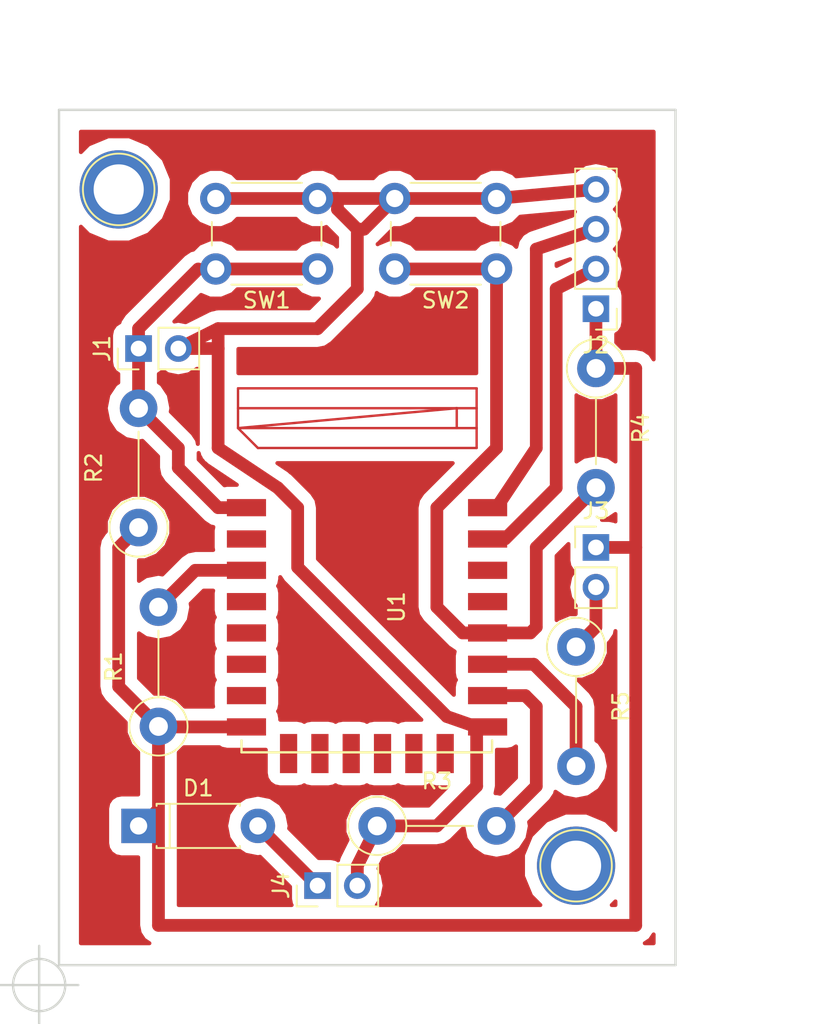
<source format=kicad_pcb>
(kicad_pcb (version 4) (host pcbnew 4.0.7-e2-6376~61~ubuntu18.04.1)

  (general
    (links 28)
    (no_connects 0)
    (area 143.55 67.15 200.89 132.04)
    (thickness 1.6)
    (drawings 7)
    (tracks 107)
    (zones 0)
    (modules 15)
    (nets 25)
  )

  (page A4)
  (layers
    (0 F.Cu signal)
    (31 B.Cu signal)
    (32 B.Adhes user)
    (33 F.Adhes user)
    (34 B.Paste user)
    (35 F.Paste user)
    (36 B.SilkS user)
    (37 F.SilkS user hide)
    (38 B.Mask user)
    (39 F.Mask user)
    (40 Dwgs.User user)
    (41 Cmts.User user)
    (42 Eco1.User user)
    (43 Eco2.User user)
    (44 Edge.Cuts user)
    (45 Margin user)
    (46 B.CrtYd user)
    (47 F.CrtYd user)
    (48 B.Fab user)
    (49 F.Fab user hide)
  )

  (setup
    (last_trace_width 0.1524)
    (user_trace_width 0.1524)
    (user_trace_width 0.254)
    (user_trace_width 0.381)
    (user_trace_width 0.508)
    (user_trace_width 0.8128)
    (trace_clearance 0.2)
    (zone_clearance 0.762)
    (zone_45_only yes)
    (trace_min 0.1524)
    (segment_width 0.2)
    (edge_width 0.15)
    (via_size 0.6)
    (via_drill 0.4)
    (via_min_size 0.4)
    (via_min_drill 0.3)
    (user_via 0.4826 0.3302)
    (user_via 0.5 0.4)
    (user_via 1.905 0.3)
    (uvia_size 0.3)
    (uvia_drill 0.1)
    (uvias_allowed no)
    (uvia_min_size 0.2)
    (uvia_min_drill 0.1)
    (pcb_text_width 0.3)
    (pcb_text_size 1.5 1.5)
    (mod_edge_width 0.15)
    (mod_text_size 1 1)
    (mod_text_width 0.15)
    (pad_size 5 5)
    (pad_drill 3.2)
    (pad_to_mask_clearance 0.2)
    (aux_axis_origin 146.05 129.54)
    (grid_origin 146.05 129.54)
    (visible_elements FFFFFF7F)
    (pcbplotparams
      (layerselection 0x00000_00000001)
      (usegerberextensions false)
      (excludeedgelayer true)
      (linewidth 0.100000)
      (plotframeref false)
      (viasonmask false)
      (mode 1)
      (useauxorigin true)
      (hpglpennumber 1)
      (hpglpenspeed 20)
      (hpglpendiameter 15)
      (hpglpenoverlay 2)
      (psnegative false)
      (psa4output false)
      (plotreference false)
      (plotvalue false)
      (plotinvisibletext false)
      (padsonsilk false)
      (subtractmaskfromsilk false)
      (outputformat 1)
      (mirror false)
      (drillshape 0)
      (scaleselection 1)
      (outputdirectory gerber_v1))
  )

  (net 0 "")
  (net 1 3V3)
  (net 2 "Net-(J1-Pad1)")
  (net 3 "Net-(J2-Pad2)")
  (net 4 "Net-(J2-Pad3)")
  (net 5 "Net-(J3-Pad2)")
  (net 6 "Net-(R1-Pad2)")
  (net 7 "Net-(R3-Pad2)")
  (net 8 "Net-(R4-Pad2)")
  (net 9 "Net-(R5-Pad2)")
  (net 10 "Net-(U1-Pad2)")
  (net 11 "Net-(U1-Pad4)")
  (net 12 "Net-(U1-Pad5)")
  (net 13 "Net-(U1-Pad6)")
  (net 14 "Net-(U1-Pad7)")
  (net 15 "Net-(U1-Pad13)")
  (net 16 "Net-(U1-Pad14)")
  (net 17 "Net-(U1-Pad17)")
  (net 18 "Net-(U1-Pad18)")
  (net 19 "Net-(U1-Pad19)")
  (net 20 "Net-(U1-Pad20)")
  (net 21 "Net-(U1-Pad21)")
  (net 22 "Net-(U1-Pad22)")
  (net 23 "Net-(D1-Pad2)")
  (net 24 GND)

  (net_class Default "This is the default net class."
    (clearance 0.2)
    (trace_width 0.25)
    (via_dia 0.6)
    (via_drill 0.4)
    (uvia_dia 0.3)
    (uvia_drill 0.1)
    (add_net 3V3)
    (add_net GND)
    (add_net "Net-(D1-Pad2)")
    (add_net "Net-(J1-Pad1)")
    (add_net "Net-(J2-Pad2)")
    (add_net "Net-(J2-Pad3)")
    (add_net "Net-(J3-Pad2)")
    (add_net "Net-(R1-Pad2)")
    (add_net "Net-(R3-Pad2)")
    (add_net "Net-(R4-Pad2)")
    (add_net "Net-(R5-Pad2)")
    (add_net "Net-(U1-Pad13)")
    (add_net "Net-(U1-Pad14)")
    (add_net "Net-(U1-Pad17)")
    (add_net "Net-(U1-Pad18)")
    (add_net "Net-(U1-Pad19)")
    (add_net "Net-(U1-Pad2)")
    (add_net "Net-(U1-Pad20)")
    (add_net "Net-(U1-Pad21)")
    (add_net "Net-(U1-Pad22)")
    (add_net "Net-(U1-Pad4)")
    (add_net "Net-(U1-Pad5)")
    (add_net "Net-(U1-Pad6)")
    (add_net "Net-(U1-Pad7)")
  )

  (module Connectors:1pin (layer F.Cu) (tedit 5B158809) (tstamp 5B1589A0)
    (at 180.34 121.92)
    (descr "module 1 pin (ou trou mecanique de percage)")
    (tags DEV)
    (fp_text reference REF** (at 0 -3.048) (layer F.SilkS) hide
      (effects (font (size 1 1) (thickness 0.15)))
    )
    (fp_text value 1pin (at 0 3) (layer F.Fab) hide
      (effects (font (size 1 1) (thickness 0.15)))
    )
    (fp_circle (center 0 0) (end 2 0.8) (layer F.Fab) (width 0.1))
    (fp_circle (center 0 0) (end 2.6 0) (layer F.CrtYd) (width 0.05))
    (fp_circle (center 0 0) (end 0 -2.286) (layer F.SilkS) (width 0.12))
    (pad 1 thru_hole circle (at 0 0) (size 5 5) (drill 3.2) (layers *.Cu *.Mask))
  )

  (module Buttons_Switches_THT:SW_PUSH_6mm (layer F.Cu) (tedit 5923F252) (tstamp 5B15263D)
    (at 163.83 83.82 180)
    (descr https://www.omron.com/ecb/products/pdf/en-b3f.pdf)
    (tags "tact sw push 6mm")
    (path /5B1518E7)
    (fp_text reference SW1 (at 3.25 -2 180) (layer F.SilkS)
      (effects (font (size 1 1) (thickness 0.15)))
    )
    (fp_text value Reset (at 3.75 6.7 180) (layer F.Fab)
      (effects (font (size 1 1) (thickness 0.15)))
    )
    (fp_text user %R (at 3.25 2.25 180) (layer F.Fab)
      (effects (font (size 1 1) (thickness 0.15)))
    )
    (fp_line (start 3.25 -0.75) (end 6.25 -0.75) (layer F.Fab) (width 0.1))
    (fp_line (start 6.25 -0.75) (end 6.25 5.25) (layer F.Fab) (width 0.1))
    (fp_line (start 6.25 5.25) (end 0.25 5.25) (layer F.Fab) (width 0.1))
    (fp_line (start 0.25 5.25) (end 0.25 -0.75) (layer F.Fab) (width 0.1))
    (fp_line (start 0.25 -0.75) (end 3.25 -0.75) (layer F.Fab) (width 0.1))
    (fp_line (start 7.75 6) (end 8 6) (layer F.CrtYd) (width 0.05))
    (fp_line (start 8 6) (end 8 5.75) (layer F.CrtYd) (width 0.05))
    (fp_line (start 7.75 -1.5) (end 8 -1.5) (layer F.CrtYd) (width 0.05))
    (fp_line (start 8 -1.5) (end 8 -1.25) (layer F.CrtYd) (width 0.05))
    (fp_line (start -1.5 -1.25) (end -1.5 -1.5) (layer F.CrtYd) (width 0.05))
    (fp_line (start -1.5 -1.5) (end -1.25 -1.5) (layer F.CrtYd) (width 0.05))
    (fp_line (start -1.5 5.75) (end -1.5 6) (layer F.CrtYd) (width 0.05))
    (fp_line (start -1.5 6) (end -1.25 6) (layer F.CrtYd) (width 0.05))
    (fp_line (start -1.25 -1.5) (end 7.75 -1.5) (layer F.CrtYd) (width 0.05))
    (fp_line (start -1.5 5.75) (end -1.5 -1.25) (layer F.CrtYd) (width 0.05))
    (fp_line (start 7.75 6) (end -1.25 6) (layer F.CrtYd) (width 0.05))
    (fp_line (start 8 -1.25) (end 8 5.75) (layer F.CrtYd) (width 0.05))
    (fp_line (start 1 5.5) (end 5.5 5.5) (layer F.SilkS) (width 0.12))
    (fp_line (start -0.25 1.5) (end -0.25 3) (layer F.SilkS) (width 0.12))
    (fp_line (start 5.5 -1) (end 1 -1) (layer F.SilkS) (width 0.12))
    (fp_line (start 6.75 3) (end 6.75 1.5) (layer F.SilkS) (width 0.12))
    (fp_circle (center 3.25 2.25) (end 1.25 2.5) (layer F.Fab) (width 0.1))
    (pad 2 thru_hole circle (at 0 4.5 270) (size 2 2) (drill 1.1) (layers *.Cu *.Mask)
      (net 24 GND))
    (pad 1 thru_hole circle (at 0 0 270) (size 2 2) (drill 1.1) (layers *.Cu *.Mask)
      (net 2 "Net-(J1-Pad1)"))
    (pad 2 thru_hole circle (at 6.5 4.5 270) (size 2 2) (drill 1.1) (layers *.Cu *.Mask)
      (net 24 GND))
    (pad 1 thru_hole circle (at 6.5 0 270) (size 2 2) (drill 1.1) (layers *.Cu *.Mask)
      (net 2 "Net-(J1-Pad1)"))
    (model ${KISYS3DMOD}/Buttons_Switches_THT.3dshapes/SW_PUSH_6mm.wrl
      (at (xyz 0.005 0 0))
      (scale (xyz 0.3937 0.3937 0.3937))
      (rotate (xyz 0 0 0))
    )
  )

  (module Diodes_THT:D_DO-41_SOD81_P7.62mm_Horizontal (layer F.Cu) (tedit 5921392F) (tstamp 5B152603)
    (at 152.4 119.38)
    (descr "D, DO-41_SOD81 series, Axial, Horizontal, pin pitch=7.62mm, , length*diameter=5.2*2.7mm^2, , http://www.diodes.com/_files/packages/DO-41%20(Plastic).pdf")
    (tags "D DO-41_SOD81 series Axial Horizontal pin pitch 7.62mm  length 5.2mm diameter 2.7mm")
    (path /5B151373)
    (fp_text reference D1 (at 3.81 -2.41) (layer F.SilkS)
      (effects (font (size 1 1) (thickness 0.15)))
    )
    (fp_text value 1N4001 (at 3.81 2.41) (layer F.Fab)
      (effects (font (size 1 1) (thickness 0.15)))
    )
    (fp_text user %R (at 3.81 0) (layer F.Fab)
      (effects (font (size 1 1) (thickness 0.15)))
    )
    (fp_line (start 1.21 -1.35) (end 1.21 1.35) (layer F.Fab) (width 0.1))
    (fp_line (start 1.21 1.35) (end 6.41 1.35) (layer F.Fab) (width 0.1))
    (fp_line (start 6.41 1.35) (end 6.41 -1.35) (layer F.Fab) (width 0.1))
    (fp_line (start 6.41 -1.35) (end 1.21 -1.35) (layer F.Fab) (width 0.1))
    (fp_line (start 0 0) (end 1.21 0) (layer F.Fab) (width 0.1))
    (fp_line (start 7.62 0) (end 6.41 0) (layer F.Fab) (width 0.1))
    (fp_line (start 1.99 -1.35) (end 1.99 1.35) (layer F.Fab) (width 0.1))
    (fp_line (start 1.15 -1.28) (end 1.15 -1.41) (layer F.SilkS) (width 0.12))
    (fp_line (start 1.15 -1.41) (end 6.47 -1.41) (layer F.SilkS) (width 0.12))
    (fp_line (start 6.47 -1.41) (end 6.47 -1.28) (layer F.SilkS) (width 0.12))
    (fp_line (start 1.15 1.28) (end 1.15 1.41) (layer F.SilkS) (width 0.12))
    (fp_line (start 1.15 1.41) (end 6.47 1.41) (layer F.SilkS) (width 0.12))
    (fp_line (start 6.47 1.41) (end 6.47 1.28) (layer F.SilkS) (width 0.12))
    (fp_line (start 1.99 -1.41) (end 1.99 1.41) (layer F.SilkS) (width 0.12))
    (fp_line (start -1.35 -1.7) (end -1.35 1.7) (layer F.CrtYd) (width 0.05))
    (fp_line (start -1.35 1.7) (end 9 1.7) (layer F.CrtYd) (width 0.05))
    (fp_line (start 9 1.7) (end 9 -1.7) (layer F.CrtYd) (width 0.05))
    (fp_line (start 9 -1.7) (end -1.35 -1.7) (layer F.CrtYd) (width 0.05))
    (pad 1 thru_hole rect (at 0 0) (size 2.2 2.2) (drill 1.1) (layers *.Cu *.Mask)
      (net 1 3V3))
    (pad 2 thru_hole oval (at 7.62 0) (size 2.2 2.2) (drill 1.1) (layers *.Cu *.Mask)
      (net 23 "Net-(D1-Pad2)"))
    (model ${KISYS3DMOD}/Diodes_THT.3dshapes/D_DO-41_SOD81_P7.62mm_Horizontal.wrl
      (at (xyz 0 0 0))
      (scale (xyz 0.393701 0.393701 0.393701))
      (rotate (xyz 0 0 0))
    )
  )

  (module Pin_Headers:Pin_Header_Straight_1x02_Pitch2.54mm (layer F.Cu) (tedit 59650532) (tstamp 5B152609)
    (at 152.4 88.9 90)
    (descr "Through hole straight pin header, 1x02, 2.54mm pitch, single row")
    (tags "Through hole pin header THT 1x02 2.54mm single row")
    (path /5B15276C)
    (fp_text reference J1 (at 0 -2.33 90) (layer F.SilkS)
      (effects (font (size 1 1) (thickness 0.15)))
    )
    (fp_text value EXT_RST (at 0 4.87 90) (layer F.Fab)
      (effects (font (size 1 1) (thickness 0.15)))
    )
    (fp_line (start -0.635 -1.27) (end 1.27 -1.27) (layer F.Fab) (width 0.1))
    (fp_line (start 1.27 -1.27) (end 1.27 3.81) (layer F.Fab) (width 0.1))
    (fp_line (start 1.27 3.81) (end -1.27 3.81) (layer F.Fab) (width 0.1))
    (fp_line (start -1.27 3.81) (end -1.27 -0.635) (layer F.Fab) (width 0.1))
    (fp_line (start -1.27 -0.635) (end -0.635 -1.27) (layer F.Fab) (width 0.1))
    (fp_line (start -1.33 3.87) (end 1.33 3.87) (layer F.SilkS) (width 0.12))
    (fp_line (start -1.33 1.27) (end -1.33 3.87) (layer F.SilkS) (width 0.12))
    (fp_line (start 1.33 1.27) (end 1.33 3.87) (layer F.SilkS) (width 0.12))
    (fp_line (start -1.33 1.27) (end 1.33 1.27) (layer F.SilkS) (width 0.12))
    (fp_line (start -1.33 0) (end -1.33 -1.33) (layer F.SilkS) (width 0.12))
    (fp_line (start -1.33 -1.33) (end 0 -1.33) (layer F.SilkS) (width 0.12))
    (fp_line (start -1.8 -1.8) (end -1.8 4.35) (layer F.CrtYd) (width 0.05))
    (fp_line (start -1.8 4.35) (end 1.8 4.35) (layer F.CrtYd) (width 0.05))
    (fp_line (start 1.8 4.35) (end 1.8 -1.8) (layer F.CrtYd) (width 0.05))
    (fp_line (start 1.8 -1.8) (end -1.8 -1.8) (layer F.CrtYd) (width 0.05))
    (fp_text user %R (at 0 1.27 180) (layer F.Fab)
      (effects (font (size 1 1) (thickness 0.15)))
    )
    (pad 1 thru_hole rect (at 0 0 90) (size 1.7 1.7) (drill 1) (layers *.Cu *.Mask)
      (net 2 "Net-(J1-Pad1)"))
    (pad 2 thru_hole oval (at 0 2.54 90) (size 1.7 1.7) (drill 1) (layers *.Cu *.Mask)
      (net 24 GND))
    (model ${KISYS3DMOD}/Pin_Headers.3dshapes/Pin_Header_Straight_1x02_Pitch2.54mm.wrl
      (at (xyz 0 0 0))
      (scale (xyz 1 1 1))
      (rotate (xyz 0 0 0))
    )
  )

  (module Pin_Headers:Pin_Header_Straight_1x04_Pitch2.54mm (layer F.Cu) (tedit 5B1542F9) (tstamp 5B152611)
    (at 181.61 86.36 180)
    (descr "Through hole straight pin header, 1x04, 2.54mm pitch, single row")
    (tags "Through hole pin header THT 1x04 2.54mm single row")
    (path /5B151C36)
    (fp_text reference J2 (at 0 -2.33 180) (layer F.SilkS)
      (effects (font (size 1 1) (thickness 0.15)))
    )
    (fp_text value Programming (at 0 9.95 180) (layer F.Fab)
      (effects (font (size 1 1) (thickness 0.15)))
    )
    (fp_line (start -0.635 -1.27) (end 1.27 -1.27) (layer F.Fab) (width 0.1))
    (fp_line (start 1.27 -1.27) (end 1.27 8.89) (layer F.Fab) (width 0.1))
    (fp_line (start 1.27 8.89) (end -1.27 8.89) (layer F.Fab) (width 0.1))
    (fp_line (start -1.27 8.89) (end -1.27 -0.635) (layer F.Fab) (width 0.1))
    (fp_line (start -1.27 -0.635) (end -0.635 -1.27) (layer F.Fab) (width 0.1))
    (fp_line (start -1.33 8.95) (end 1.33 8.95) (layer F.SilkS) (width 0.12))
    (fp_line (start -1.33 1.27) (end -1.33 8.95) (layer F.SilkS) (width 0.12))
    (fp_line (start 1.33 1.27) (end 1.33 8.95) (layer F.SilkS) (width 0.12))
    (fp_line (start -1.33 1.27) (end 1.33 1.27) (layer F.SilkS) (width 0.12))
    (fp_line (start -1.33 0) (end -1.33 -1.33) (layer F.SilkS) (width 0.12))
    (fp_line (start -1.33 -1.33) (end 0 -1.33) (layer F.SilkS) (width 0.12))
    (fp_line (start -1.8 -1.8) (end -1.8 9.4) (layer F.CrtYd) (width 0.05))
    (fp_line (start -1.8 9.4) (end 1.8 9.4) (layer F.CrtYd) (width 0.05))
    (fp_line (start 1.8 9.4) (end 1.8 -1.8) (layer F.CrtYd) (width 0.05))
    (fp_line (start 1.8 -1.8) (end -1.8 -1.8) (layer F.CrtYd) (width 0.05))
    (fp_text user %R (at 2.54 5.08 270) (layer F.Fab)
      (effects (font (size 1 1) (thickness 0.15)))
    )
    (pad 1 thru_hole rect (at 0 0 180) (size 1.7 1.7) (drill 1) (layers *.Cu *.Mask)
      (net 1 3V3))
    (pad 2 thru_hole oval (at 0 2.54 180) (size 1.7 1.7) (drill 1) (layers *.Cu *.Mask)
      (net 3 "Net-(J2-Pad2)"))
    (pad 3 thru_hole oval (at 0 5.08 180) (size 1.7 1.7) (drill 1) (layers *.Cu *.Mask)
      (net 4 "Net-(J2-Pad3)"))
    (pad 4 thru_hole oval (at 0 7.62 180) (size 1.7 1.7) (drill 1) (layers *.Cu *.Mask)
      (net 24 GND))
    (model ${KISYS3DMOD}/Pin_Headers.3dshapes/Pin_Header_Straight_1x04_Pitch2.54mm.wrl
      (at (xyz 0 0 0))
      (scale (xyz 1 1 1))
      (rotate (xyz 0 0 0))
    )
  )

  (module Pin_Headers:Pin_Header_Straight_1x02_Pitch2.54mm (layer F.Cu) (tedit 59650532) (tstamp 5B152617)
    (at 181.61 101.6)
    (descr "Through hole straight pin header, 1x02, 2.54mm pitch, single row")
    (tags "Through hole pin header THT 1x02 2.54mm single row")
    (path /5B15263F)
    (fp_text reference J3 (at 0 -2.33) (layer F.SilkS)
      (effects (font (size 1 1) (thickness 0.15)))
    )
    (fp_text value EXT_LED (at 0 4.87) (layer F.Fab)
      (effects (font (size 1 1) (thickness 0.15)))
    )
    (fp_line (start -0.635 -1.27) (end 1.27 -1.27) (layer F.Fab) (width 0.1))
    (fp_line (start 1.27 -1.27) (end 1.27 3.81) (layer F.Fab) (width 0.1))
    (fp_line (start 1.27 3.81) (end -1.27 3.81) (layer F.Fab) (width 0.1))
    (fp_line (start -1.27 3.81) (end -1.27 -0.635) (layer F.Fab) (width 0.1))
    (fp_line (start -1.27 -0.635) (end -0.635 -1.27) (layer F.Fab) (width 0.1))
    (fp_line (start -1.33 3.87) (end 1.33 3.87) (layer F.SilkS) (width 0.12))
    (fp_line (start -1.33 1.27) (end -1.33 3.87) (layer F.SilkS) (width 0.12))
    (fp_line (start 1.33 1.27) (end 1.33 3.87) (layer F.SilkS) (width 0.12))
    (fp_line (start -1.33 1.27) (end 1.33 1.27) (layer F.SilkS) (width 0.12))
    (fp_line (start -1.33 0) (end -1.33 -1.33) (layer F.SilkS) (width 0.12))
    (fp_line (start -1.33 -1.33) (end 0 -1.33) (layer F.SilkS) (width 0.12))
    (fp_line (start -1.8 -1.8) (end -1.8 4.35) (layer F.CrtYd) (width 0.05))
    (fp_line (start -1.8 4.35) (end 1.8 4.35) (layer F.CrtYd) (width 0.05))
    (fp_line (start 1.8 4.35) (end 1.8 -1.8) (layer F.CrtYd) (width 0.05))
    (fp_line (start 1.8 -1.8) (end -1.8 -1.8) (layer F.CrtYd) (width 0.05))
    (fp_text user %R (at -3.81 1.27 90) (layer F.Fab)
      (effects (font (size 1 1) (thickness 0.15)))
    )
    (pad 1 thru_hole rect (at 0 0) (size 1.7 1.7) (drill 1) (layers *.Cu *.Mask)
      (net 1 3V3))
    (pad 2 thru_hole oval (at 0 2.54) (size 1.7 1.7) (drill 1) (layers *.Cu *.Mask)
      (net 5 "Net-(J3-Pad2)"))
    (model ${KISYS3DMOD}/Pin_Headers.3dshapes/Pin_Header_Straight_1x02_Pitch2.54mm.wrl
      (at (xyz 0 0 0))
      (scale (xyz 1 1 1))
      (rotate (xyz 0 0 0))
    )
  )

  (module Buttons_Switches_THT:SW_PUSH_6mm (layer F.Cu) (tedit 5923F252) (tstamp 5B152645)
    (at 175.26 83.82 180)
    (descr https://www.omron.com/ecb/products/pdf/en-b3f.pdf)
    (tags "tact sw push 6mm")
    (path /5B151674)
    (fp_text reference SW2 (at 3.25 -2 180) (layer F.SilkS)
      (effects (font (size 1 1) (thickness 0.15)))
    )
    (fp_text value Program (at 3.75 6.7 180) (layer F.Fab)
      (effects (font (size 1 1) (thickness 0.15)))
    )
    (fp_text user %R (at 3.25 2.25 180) (layer F.Fab)
      (effects (font (size 1 1) (thickness 0.15)))
    )
    (fp_line (start 3.25 -0.75) (end 6.25 -0.75) (layer F.Fab) (width 0.1))
    (fp_line (start 6.25 -0.75) (end 6.25 5.25) (layer F.Fab) (width 0.1))
    (fp_line (start 6.25 5.25) (end 0.25 5.25) (layer F.Fab) (width 0.1))
    (fp_line (start 0.25 5.25) (end 0.25 -0.75) (layer F.Fab) (width 0.1))
    (fp_line (start 0.25 -0.75) (end 3.25 -0.75) (layer F.Fab) (width 0.1))
    (fp_line (start 7.75 6) (end 8 6) (layer F.CrtYd) (width 0.05))
    (fp_line (start 8 6) (end 8 5.75) (layer F.CrtYd) (width 0.05))
    (fp_line (start 7.75 -1.5) (end 8 -1.5) (layer F.CrtYd) (width 0.05))
    (fp_line (start 8 -1.5) (end 8 -1.25) (layer F.CrtYd) (width 0.05))
    (fp_line (start -1.5 -1.25) (end -1.5 -1.5) (layer F.CrtYd) (width 0.05))
    (fp_line (start -1.5 -1.5) (end -1.25 -1.5) (layer F.CrtYd) (width 0.05))
    (fp_line (start -1.5 5.75) (end -1.5 6) (layer F.CrtYd) (width 0.05))
    (fp_line (start -1.5 6) (end -1.25 6) (layer F.CrtYd) (width 0.05))
    (fp_line (start -1.25 -1.5) (end 7.75 -1.5) (layer F.CrtYd) (width 0.05))
    (fp_line (start -1.5 5.75) (end -1.5 -1.25) (layer F.CrtYd) (width 0.05))
    (fp_line (start 7.75 6) (end -1.25 6) (layer F.CrtYd) (width 0.05))
    (fp_line (start 8 -1.25) (end 8 5.75) (layer F.CrtYd) (width 0.05))
    (fp_line (start 1 5.5) (end 5.5 5.5) (layer F.SilkS) (width 0.12))
    (fp_line (start -0.25 1.5) (end -0.25 3) (layer F.SilkS) (width 0.12))
    (fp_line (start 5.5 -1) (end 1 -1) (layer F.SilkS) (width 0.12))
    (fp_line (start 6.75 3) (end 6.75 1.5) (layer F.SilkS) (width 0.12))
    (fp_circle (center 3.25 2.25) (end 1.25 2.5) (layer F.Fab) (width 0.1))
    (pad 2 thru_hole circle (at 0 4.5 270) (size 2 2) (drill 1.1) (layers *.Cu *.Mask)
      (net 24 GND))
    (pad 1 thru_hole circle (at 0 0 270) (size 2 2) (drill 1.1) (layers *.Cu *.Mask)
      (net 8 "Net-(R4-Pad2)"))
    (pad 2 thru_hole circle (at 6.5 4.5 270) (size 2 2) (drill 1.1) (layers *.Cu *.Mask)
      (net 24 GND))
    (pad 1 thru_hole circle (at 6.5 0 270) (size 2 2) (drill 1.1) (layers *.Cu *.Mask)
      (net 8 "Net-(R4-Pad2)"))
    (model ${KISYS3DMOD}/Buttons_Switches_THT.3dshapes/SW_PUSH_6mm.wrl
      (at (xyz 0.005 0 0))
      (scale (xyz 0.3937 0.3937 0.3937))
      (rotate (xyz 0 0 0))
    )
  )

  (module ESP8266:ESP-12E_SMD (layer F.Cu) (tedit 58FB7FFE) (tstamp 5B15265F)
    (at 159.99 99.06)
    (descr "Module, ESP-8266, ESP-12, 16 pad, SMD")
    (tags "Module ESP-8266 ESP8266")
    (path /5B15075B)
    (fp_text reference U1 (at 8.89 6.35 90) (layer F.SilkS)
      (effects (font (size 1 1) (thickness 0.15)))
    )
    (fp_text value ESP-12E (at 5.08 6.35 90) (layer F.Fab) hide
      (effects (font (size 1 1) (thickness 0.15)))
    )
    (fp_line (start -2.25 -0.5) (end -2.25 -8.75) (layer F.CrtYd) (width 0.05))
    (fp_line (start -2.25 -8.75) (end 15.25 -8.75) (layer F.CrtYd) (width 0.05))
    (fp_line (start 15.25 -8.75) (end 16.25 -8.75) (layer F.CrtYd) (width 0.05))
    (fp_line (start 16.25 -8.75) (end 16.25 16) (layer F.CrtYd) (width 0.05))
    (fp_line (start 16.25 16) (end -2.25 16) (layer F.CrtYd) (width 0.05))
    (fp_line (start -2.25 16) (end -2.25 -0.5) (layer F.CrtYd) (width 0.05))
    (fp_line (start -1.016 -8.382) (end 14.986 -8.382) (layer F.CrtYd) (width 0.1524))
    (fp_line (start 14.986 -8.382) (end 14.986 -0.889) (layer F.CrtYd) (width 0.1524))
    (fp_line (start -1.016 -8.382) (end -1.016 -1.016) (layer F.CrtYd) (width 0.1524))
    (fp_line (start -1.016 14.859) (end -1.016 15.621) (layer F.SilkS) (width 0.1524))
    (fp_line (start -1.016 15.621) (end 14.986 15.621) (layer F.SilkS) (width 0.1524))
    (fp_line (start 14.986 15.621) (end 14.986 14.859) (layer F.SilkS) (width 0.1524))
    (fp_line (start 14.992 -8.4) (end -1.008 -2.6) (layer F.CrtYd) (width 0.1524))
    (fp_line (start -1.008 -8.4) (end 14.992 -2.6) (layer F.CrtYd) (width 0.1524))
    (fp_text user "No Copper" (at 6.892 -5.4) (layer F.CrtYd)
      (effects (font (size 1 1) (thickness 0.15)))
    )
    (fp_line (start -1.008 -2.6) (end 14.992 -2.6) (layer F.CrtYd) (width 0.1524))
    (fp_line (start 15 -8.4) (end 15 15.6) (layer F.Fab) (width 0.05))
    (fp_line (start 14.992 15.6) (end -1.008 15.6) (layer F.Fab) (width 0.05))
    (fp_line (start -1.008 15.6) (end -1.008 -8.4) (layer F.Fab) (width 0.05))
    (fp_line (start -1.008 -8.4) (end 14.992 -8.4) (layer F.Fab) (width 0.05))
    (pad 1 smd rect (at 0 0) (size 2.5 1.1) (drill (offset -0.7 0)) (layers F.Cu F.Paste F.Mask)
      (net 2 "Net-(J1-Pad1)"))
    (pad 2 smd rect (at 0 2) (size 2.5 1.1) (drill (offset -0.7 0)) (layers F.Cu F.Paste F.Mask)
      (net 10 "Net-(U1-Pad2)"))
    (pad 3 smd rect (at 0 4) (size 2.5 1.1) (drill (offset -0.7 0)) (layers F.Cu F.Paste F.Mask)
      (net 6 "Net-(R1-Pad2)"))
    (pad 4 smd rect (at 0 6) (size 2.5 1.1) (drill (offset -0.7 0)) (layers F.Cu F.Paste F.Mask)
      (net 11 "Net-(U1-Pad4)"))
    (pad 5 smd rect (at 0 8) (size 2.5 1.1) (drill (offset -0.7 0)) (layers F.Cu F.Paste F.Mask)
      (net 12 "Net-(U1-Pad5)"))
    (pad 6 smd rect (at 0 10) (size 2.5 1.1) (drill (offset -0.7 0)) (layers F.Cu F.Paste F.Mask)
      (net 13 "Net-(U1-Pad6)"))
    (pad 7 smd rect (at 0 12) (size 2.5 1.1) (drill (offset -0.7 0)) (layers F.Cu F.Paste F.Mask)
      (net 14 "Net-(U1-Pad7)"))
    (pad 8 smd rect (at 0 14) (size 2.5 1.1) (drill (offset -0.7 0)) (layers F.Cu F.Paste F.Mask)
      (net 1 3V3))
    (pad 9 smd rect (at 14 14) (size 2.5 1.1) (drill (offset 0.7 0)) (layers F.Cu F.Paste F.Mask)
      (net 24 GND))
    (pad 10 smd rect (at 14 12) (size 2.5 1.1) (drill (offset 0.7 0)) (layers F.Cu F.Paste F.Mask)
      (net 7 "Net-(R3-Pad2)"))
    (pad 11 smd rect (at 14 10) (size 2.5 1.1) (drill (offset 0.7 0)) (layers F.Cu F.Paste F.Mask)
      (net 9 "Net-(R5-Pad2)"))
    (pad 12 smd rect (at 14 8) (size 2.5 1.1) (drill (offset 0.7 0)) (layers F.Cu F.Paste F.Mask)
      (net 8 "Net-(R4-Pad2)"))
    (pad 13 smd rect (at 14 6) (size 2.5 1.1) (drill (offset 0.7 0)) (layers F.Cu F.Paste F.Mask)
      (net 15 "Net-(U1-Pad13)"))
    (pad 14 smd rect (at 14 4) (size 2.5 1.1) (drill (offset 0.7 0)) (layers F.Cu F.Paste F.Mask)
      (net 16 "Net-(U1-Pad14)"))
    (pad 15 smd rect (at 14 2) (size 2.5 1.1) (drill (offset 0.7 0)) (layers F.Cu F.Paste F.Mask)
      (net 3 "Net-(J2-Pad2)"))
    (pad 16 smd rect (at 14 0) (size 2.5 1.1) (drill (offset 0.7 0)) (layers F.Cu F.Paste F.Mask)
      (net 4 "Net-(J2-Pad3)"))
    (pad 17 smd rect (at 1.99 15 90) (size 2.5 1.1) (drill (offset -0.7 0)) (layers F.Cu F.Paste F.Mask)
      (net 17 "Net-(U1-Pad17)"))
    (pad 18 smd rect (at 3.99 15 90) (size 2.5 1.1) (drill (offset -0.7 0)) (layers F.Cu F.Paste F.Mask)
      (net 18 "Net-(U1-Pad18)"))
    (pad 19 smd rect (at 5.99 15 90) (size 2.5 1.1) (drill (offset -0.7 0)) (layers F.Cu F.Paste F.Mask)
      (net 19 "Net-(U1-Pad19)"))
    (pad 20 smd rect (at 7.99 15 90) (size 2.5 1.1) (drill (offset -0.7 0)) (layers F.Cu F.Paste F.Mask)
      (net 20 "Net-(U1-Pad20)"))
    (pad 21 smd rect (at 9.99 15 90) (size 2.5 1.1) (drill (offset -0.7 0)) (layers F.Cu F.Paste F.Mask)
      (net 21 "Net-(U1-Pad21)"))
    (pad 22 smd rect (at 11.99 15 90) (size 2.5 1.1) (drill (offset -0.7 0)) (layers F.Cu F.Paste F.Mask)
      (net 22 "Net-(U1-Pad22)"))
    (model ${ESPLIB}/ESP8266.3dshapes/ESP-12.wrl
      (at (xyz 0 0 0))
      (scale (xyz 0.3937 0.3937 0.3937))
      (rotate (xyz 0 0 0))
    )
  )

  (module Pin_Headers:Pin_Header_Straight_1x02_Pitch2.54mm (layer F.Cu) (tedit 59650532) (tstamp 5B15292E)
    (at 163.83 123.19 90)
    (descr "Through hole straight pin header, 1x02, 2.54mm pitch, single row")
    (tags "Through hole pin header THT 1x02 2.54mm single row")
    (path /5B15362C)
    (fp_text reference J4 (at 0 -2.33 90) (layer F.SilkS)
      (effects (font (size 1 1) (thickness 0.15)))
    )
    (fp_text value Battery (at 0 5.08 90) (layer F.Fab)
      (effects (font (size 1 1) (thickness 0.15)))
    )
    (fp_line (start -0.635 -1.27) (end 1.27 -1.27) (layer F.Fab) (width 0.1))
    (fp_line (start 1.27 -1.27) (end 1.27 3.81) (layer F.Fab) (width 0.1))
    (fp_line (start 1.27 3.81) (end -1.27 3.81) (layer F.Fab) (width 0.1))
    (fp_line (start -1.27 3.81) (end -1.27 -0.635) (layer F.Fab) (width 0.1))
    (fp_line (start -1.27 -0.635) (end -0.635 -1.27) (layer F.Fab) (width 0.1))
    (fp_line (start -1.33 3.87) (end 1.33 3.87) (layer F.SilkS) (width 0.12))
    (fp_line (start -1.33 1.27) (end -1.33 3.87) (layer F.SilkS) (width 0.12))
    (fp_line (start 1.33 1.27) (end 1.33 3.87) (layer F.SilkS) (width 0.12))
    (fp_line (start -1.33 1.27) (end 1.33 1.27) (layer F.SilkS) (width 0.12))
    (fp_line (start -1.33 0) (end -1.33 -1.33) (layer F.SilkS) (width 0.12))
    (fp_line (start -1.33 -1.33) (end 0 -1.33) (layer F.SilkS) (width 0.12))
    (fp_line (start -1.8 -1.8) (end -1.8 4.35) (layer F.CrtYd) (width 0.05))
    (fp_line (start -1.8 4.35) (end 1.8 4.35) (layer F.CrtYd) (width 0.05))
    (fp_line (start 1.8 4.35) (end 1.8 -1.8) (layer F.CrtYd) (width 0.05))
    (fp_line (start 1.8 -1.8) (end -1.8 -1.8) (layer F.CrtYd) (width 0.05))
    (fp_text user %R (at 0 1.27 180) (layer F.Fab)
      (effects (font (size 1 1) (thickness 0.15)))
    )
    (pad 1 thru_hole rect (at 0 0 90) (size 1.7 1.7) (drill 1) (layers *.Cu *.Mask)
      (net 23 "Net-(D1-Pad2)"))
    (pad 2 thru_hole oval (at 0 2.54 90) (size 1.7 1.7) (drill 1) (layers *.Cu *.Mask)
      (net 24 GND))
    (model ${KISYS3DMOD}/Pin_Headers.3dshapes/Pin_Header_Straight_1x02_Pitch2.54mm.wrl
      (at (xyz 0 0 0))
      (scale (xyz 1 1 1))
      (rotate (xyz 0 0 0))
    )
  )

  (module Connectors:1pin (layer F.Cu) (tedit 5B158809) (tstamp 5B158783)
    (at 151.13 78.74)
    (descr "module 1 pin (ou trou mecanique de percage)")
    (tags DEV)
    (fp_text reference REF** (at 0 -3.048) (layer F.SilkS) hide
      (effects (font (size 1 1) (thickness 0.15)))
    )
    (fp_text value 1pin (at 0 3) (layer F.Fab) hide
      (effects (font (size 1 1) (thickness 0.15)))
    )
    (fp_circle (center 0 0) (end 2 0.8) (layer F.Fab) (width 0.1))
    (fp_circle (center 0 0) (end 2.6 0) (layer F.CrtYd) (width 0.05))
    (fp_circle (center 0 0) (end 0 -2.286) (layer F.SilkS) (width 0.12))
    (pad 1 thru_hole circle (at 0 0) (size 5 5) (drill 3.2) (layers *.Cu *.Mask))
  )

  (module Resistors_THT:R_Axial_DIN0411_L9.9mm_D3.6mm_P7.62mm_Vertical (layer F.Cu) (tedit 5874F706) (tstamp 5B164710)
    (at 167.64 119.38)
    (descr "Resistor, Axial_DIN0411 series, Axial, Vertical, pin pitch=7.62mm, 1W = 1/1W, length*diameter=9.9*3.6mm^2")
    (tags "Resistor Axial_DIN0411 series Axial Vertical pin pitch 7.62mm 1W = 1/1W length 9.9mm diameter 3.6mm")
    (path /5B152042)
    (fp_text reference R3 (at 3.81 -2.86) (layer F.SilkS)
      (effects (font (size 1 1) (thickness 0.15)))
    )
    (fp_text value 100K (at 3.81 2.86) (layer F.Fab)
      (effects (font (size 1 1) (thickness 0.15)))
    )
    (fp_circle (center 0 0) (end 1.8 0) (layer F.Fab) (width 0.1))
    (fp_circle (center 0 0) (end 1.86 0) (layer F.SilkS) (width 0.12))
    (fp_line (start 0 0) (end 7.62 0) (layer F.Fab) (width 0.1))
    (fp_line (start 1.86 0) (end 6.12 0) (layer F.SilkS) (width 0.12))
    (fp_line (start -2.15 -2.15) (end -2.15 2.15) (layer F.CrtYd) (width 0.05))
    (fp_line (start -2.15 2.15) (end 9.15 2.15) (layer F.CrtYd) (width 0.05))
    (fp_line (start 9.15 2.15) (end 9.15 -2.15) (layer F.CrtYd) (width 0.05))
    (fp_line (start 9.15 -2.15) (end -2.15 -2.15) (layer F.CrtYd) (width 0.05))
    (pad 1 thru_hole circle (at 0 0) (size 2.4 2.4) (drill 1.2) (layers *.Cu *.Mask)
      (net 24 GND))
    (pad 2 thru_hole oval (at 7.62 0) (size 2.4 2.4) (drill 1.2) (layers *.Cu *.Mask)
      (net 7 "Net-(R3-Pad2)"))
    (model ${KISYS3DMOD}/Resistors_THT.3dshapes/R_Axial_DIN0411_L9.9mm_D3.6mm_P7.62mm_Vertical.wrl
      (at (xyz 0 0 0))
      (scale (xyz 0.393701 0.393701 0.393701))
      (rotate (xyz 0 0 0))
    )
  )

  (module Resistors_THT:R_Axial_DIN0411_L9.9mm_D3.6mm_P7.62mm_Vertical (layer F.Cu) (tedit 5874F706) (tstamp 5B1647D6)
    (at 153.67 113.03 90)
    (descr "Resistor, Axial_DIN0411 series, Axial, Vertical, pin pitch=7.62mm, 1W = 1/1W, length*diameter=9.9*3.6mm^2")
    (tags "Resistor Axial_DIN0411 series Axial Vertical pin pitch 7.62mm 1W = 1/1W length 9.9mm diameter 3.6mm")
    (path /5B150EA9)
    (fp_text reference R1 (at 3.81 -2.86 90) (layer F.SilkS)
      (effects (font (size 1 1) (thickness 0.15)))
    )
    (fp_text value 100K (at 3.81 2.86 90) (layer F.Fab)
      (effects (font (size 1 1) (thickness 0.15)))
    )
    (fp_circle (center 0 0) (end 1.8 0) (layer F.Fab) (width 0.1))
    (fp_circle (center 0 0) (end 1.86 0) (layer F.SilkS) (width 0.12))
    (fp_line (start 0 0) (end 7.62 0) (layer F.Fab) (width 0.1))
    (fp_line (start 1.86 0) (end 6.12 0) (layer F.SilkS) (width 0.12))
    (fp_line (start -2.15 -2.15) (end -2.15 2.15) (layer F.CrtYd) (width 0.05))
    (fp_line (start -2.15 2.15) (end 9.15 2.15) (layer F.CrtYd) (width 0.05))
    (fp_line (start 9.15 2.15) (end 9.15 -2.15) (layer F.CrtYd) (width 0.05))
    (fp_line (start 9.15 -2.15) (end -2.15 -2.15) (layer F.CrtYd) (width 0.05))
    (pad 1 thru_hole circle (at 0 0 90) (size 2.4 2.4) (drill 1.2) (layers *.Cu *.Mask)
      (net 1 3V3))
    (pad 2 thru_hole oval (at 7.62 0 90) (size 2.4 2.4) (drill 1.2) (layers *.Cu *.Mask)
      (net 6 "Net-(R1-Pad2)"))
    (model ${KISYS3DMOD}/Resistors_THT.3dshapes/R_Axial_DIN0411_L9.9mm_D3.6mm_P7.62mm_Vertical.wrl
      (at (xyz 0 0 0))
      (scale (xyz 0.393701 0.393701 0.393701))
      (rotate (xyz 0 0 0))
    )
  )

  (module Resistors_THT:R_Axial_DIN0411_L9.9mm_D3.6mm_P7.62mm_Vertical (layer F.Cu) (tedit 5874F706) (tstamp 5B1647DB)
    (at 152.4 100.33 90)
    (descr "Resistor, Axial_DIN0411 series, Axial, Vertical, pin pitch=7.62mm, 1W = 1/1W, length*diameter=9.9*3.6mm^2")
    (tags "Resistor Axial_DIN0411 series Axial Vertical pin pitch 7.62mm 1W = 1/1W length 9.9mm diameter 3.6mm")
    (path /5B151190)
    (fp_text reference R2 (at 3.81 -2.86 90) (layer F.SilkS)
      (effects (font (size 1 1) (thickness 0.15)))
    )
    (fp_text value 100K (at 3.81 2.86 90) (layer F.Fab)
      (effects (font (size 1 1) (thickness 0.15)))
    )
    (fp_circle (center 0 0) (end 1.8 0) (layer F.Fab) (width 0.1))
    (fp_circle (center 0 0) (end 1.86 0) (layer F.SilkS) (width 0.12))
    (fp_line (start 0 0) (end 7.62 0) (layer F.Fab) (width 0.1))
    (fp_line (start 1.86 0) (end 6.12 0) (layer F.SilkS) (width 0.12))
    (fp_line (start -2.15 -2.15) (end -2.15 2.15) (layer F.CrtYd) (width 0.05))
    (fp_line (start -2.15 2.15) (end 9.15 2.15) (layer F.CrtYd) (width 0.05))
    (fp_line (start 9.15 2.15) (end 9.15 -2.15) (layer F.CrtYd) (width 0.05))
    (fp_line (start 9.15 -2.15) (end -2.15 -2.15) (layer F.CrtYd) (width 0.05))
    (pad 1 thru_hole circle (at 0 0 90) (size 2.4 2.4) (drill 1.2) (layers *.Cu *.Mask)
      (net 1 3V3))
    (pad 2 thru_hole oval (at 7.62 0 90) (size 2.4 2.4) (drill 1.2) (layers *.Cu *.Mask)
      (net 2 "Net-(J1-Pad1)"))
    (model ${KISYS3DMOD}/Resistors_THT.3dshapes/R_Axial_DIN0411_L9.9mm_D3.6mm_P7.62mm_Vertical.wrl
      (at (xyz 0 0 0))
      (scale (xyz 0.393701 0.393701 0.393701))
      (rotate (xyz 0 0 0))
    )
  )

  (module Resistors_THT:R_Axial_DIN0411_L9.9mm_D3.6mm_P7.62mm_Vertical (layer F.Cu) (tedit 5874F706) (tstamp 5B1647E0)
    (at 181.61 90.17 270)
    (descr "Resistor, Axial_DIN0411 series, Axial, Vertical, pin pitch=7.62mm, 1W = 1/1W, length*diameter=9.9*3.6mm^2")
    (tags "Resistor Axial_DIN0411 series Axial Vertical pin pitch 7.62mm 1W = 1/1W length 9.9mm diameter 3.6mm")
    (path /5B1514BD)
    (fp_text reference R4 (at 3.81 -2.86 270) (layer F.SilkS)
      (effects (font (size 1 1) (thickness 0.15)))
    )
    (fp_text value 100K (at 3.81 2.86 270) (layer F.Fab)
      (effects (font (size 1 1) (thickness 0.15)))
    )
    (fp_circle (center 0 0) (end 1.8 0) (layer F.Fab) (width 0.1))
    (fp_circle (center 0 0) (end 1.86 0) (layer F.SilkS) (width 0.12))
    (fp_line (start 0 0) (end 7.62 0) (layer F.Fab) (width 0.1))
    (fp_line (start 1.86 0) (end 6.12 0) (layer F.SilkS) (width 0.12))
    (fp_line (start -2.15 -2.15) (end -2.15 2.15) (layer F.CrtYd) (width 0.05))
    (fp_line (start -2.15 2.15) (end 9.15 2.15) (layer F.CrtYd) (width 0.05))
    (fp_line (start 9.15 2.15) (end 9.15 -2.15) (layer F.CrtYd) (width 0.05))
    (fp_line (start 9.15 -2.15) (end -2.15 -2.15) (layer F.CrtYd) (width 0.05))
    (pad 1 thru_hole circle (at 0 0 270) (size 2.4 2.4) (drill 1.2) (layers *.Cu *.Mask)
      (net 1 3V3))
    (pad 2 thru_hole oval (at 7.62 0 270) (size 2.4 2.4) (drill 1.2) (layers *.Cu *.Mask)
      (net 8 "Net-(R4-Pad2)"))
    (model ${KISYS3DMOD}/Resistors_THT.3dshapes/R_Axial_DIN0411_L9.9mm_D3.6mm_P7.62mm_Vertical.wrl
      (at (xyz 0 0 0))
      (scale (xyz 0.393701 0.393701 0.393701))
      (rotate (xyz 0 0 0))
    )
  )

  (module Resistors_THT:R_Axial_DIN0411_L9.9mm_D3.6mm_P7.62mm_Vertical (layer F.Cu) (tedit 5874F706) (tstamp 5B1647E5)
    (at 180.34 107.95 270)
    (descr "Resistor, Axial_DIN0411 series, Axial, Vertical, pin pitch=7.62mm, 1W = 1/1W, length*diameter=9.9*3.6mm^2")
    (tags "Resistor Axial_DIN0411 series Axial Vertical pin pitch 7.62mm 1W = 1/1W length 9.9mm diameter 3.6mm")
    (path /5B152313)
    (fp_text reference R5 (at 3.81 -2.86 270) (layer F.SilkS)
      (effects (font (size 1 1) (thickness 0.15)))
    )
    (fp_text value 220 (at 3.81 2.86 270) (layer F.Fab)
      (effects (font (size 1 1) (thickness 0.15)))
    )
    (fp_circle (center 0 0) (end 1.8 0) (layer F.Fab) (width 0.1))
    (fp_circle (center 0 0) (end 1.86 0) (layer F.SilkS) (width 0.12))
    (fp_line (start 0 0) (end 7.62 0) (layer F.Fab) (width 0.1))
    (fp_line (start 1.86 0) (end 6.12 0) (layer F.SilkS) (width 0.12))
    (fp_line (start -2.15 -2.15) (end -2.15 2.15) (layer F.CrtYd) (width 0.05))
    (fp_line (start -2.15 2.15) (end 9.15 2.15) (layer F.CrtYd) (width 0.05))
    (fp_line (start 9.15 2.15) (end 9.15 -2.15) (layer F.CrtYd) (width 0.05))
    (fp_line (start 9.15 -2.15) (end -2.15 -2.15) (layer F.CrtYd) (width 0.05))
    (pad 1 thru_hole circle (at 0 0 270) (size 2.4 2.4) (drill 1.2) (layers *.Cu *.Mask)
      (net 5 "Net-(J3-Pad2)"))
    (pad 2 thru_hole oval (at 7.62 0 270) (size 2.4 2.4) (drill 1.2) (layers *.Cu *.Mask)
      (net 9 "Net-(R5-Pad2)"))
    (model ${KISYS3DMOD}/Resistors_THT.3dshapes/R_Axial_DIN0411_L9.9mm_D3.6mm_P7.62mm_Vertical.wrl
      (at (xyz 0 0 0))
      (scale (xyz 0.393701 0.393701 0.393701))
      (rotate (xyz 0 0 0))
    )
  )

  (target plus (at 146.05 129.54) (size 5) (width 0.15) (layer Edge.Cuts))
  (dimension 54.61 (width 0.3) (layer Cmts.User)
    (gr_text "54.610 mm" (at 194.39 100.965 270) (layer Cmts.User)
      (effects (font (size 1.5 1.5) (thickness 0.3)))
    )
    (feature1 (pts (xy 187.96 128.27) (xy 195.74 128.27)))
    (feature2 (pts (xy 187.96 73.66) (xy 195.74 73.66)))
    (crossbar (pts (xy 193.04 73.66) (xy 193.04 128.27)))
    (arrow1a (pts (xy 193.04 128.27) (xy 192.453579 127.143496)))
    (arrow1b (pts (xy 193.04 128.27) (xy 193.626421 127.143496)))
    (arrow2a (pts (xy 193.04 73.66) (xy 192.453579 74.786504)))
    (arrow2b (pts (xy 193.04 73.66) (xy 193.626421 74.786504)))
  )
  (dimension 39.37 (width 0.3) (layer Cmts.User)
    (gr_text "39.370 mm" (at 167.005 68.5) (layer Cmts.User)
      (effects (font (size 1.5 1.5) (thickness 0.3)))
    )
    (feature1 (pts (xy 186.69 72.39) (xy 186.69 67.15)))
    (feature2 (pts (xy 147.32 72.39) (xy 147.32 67.15)))
    (crossbar (pts (xy 147.32 69.85) (xy 186.69 69.85)))
    (arrow1a (pts (xy 186.69 69.85) (xy 185.563496 70.436421)))
    (arrow1b (pts (xy 186.69 69.85) (xy 185.563496 69.263579)))
    (arrow2a (pts (xy 147.32 69.85) (xy 148.446504 70.436421)))
    (arrow2b (pts (xy 147.32 69.85) (xy 148.446504 69.263579)))
  )
  (gr_line (start 147.32 128.27) (end 147.32 73.66) (angle 90) (layer Edge.Cuts) (width 0.15))
  (gr_line (start 186.69 128.27) (end 147.32 128.27) (angle 90) (layer Edge.Cuts) (width 0.15))
  (gr_line (start 186.69 73.66) (end 186.69 128.27) (angle 90) (layer Edge.Cuts) (width 0.15))
  (gr_line (start 147.32 73.66) (end 186.69 73.66) (angle 90) (layer Edge.Cuts) (width 0.15))

  (segment (start 172.72 92.71) (end 173.99 92.71) (width 0.1524) (layer F.Cu) (net 0))
  (segment (start 173.99 93.98) (end 172.72 93.98) (width 0.1524) (layer F.Cu) (net 0))
  (segment (start 172.72 92.71) (end 158.75 92.71) (width 0.1524) (layer F.Cu) (net 0))
  (segment (start 158.75 91.44) (end 173.99 91.44) (width 0.1524) (layer F.Cu) (net 0))
  (segment (start 158.75 92.71) (end 158.75 91.44) (width 0.1524) (layer F.Cu) (net 0) (tstamp 5B16EB36))
  (segment (start 173.99 91.44) (end 173.99 92.71) (width 0.1524) (layer F.Cu) (net 0) (tstamp 5B16EA93))
  (segment (start 173.99 92.71) (end 173.99 93.98) (width 0.1524) (layer F.Cu) (net 0) (tstamp 5B16EB42))
  (segment (start 173.99 93.98) (end 173.99 95.25) (width 0.1524) (layer F.Cu) (net 0) (tstamp 5B16EB3C))
  (segment (start 173.99 95.25) (end 160.02 95.25) (width 0.1524) (layer F.Cu) (net 0) (tstamp 5B16EA96))
  (segment (start 160.02 95.25) (end 158.75 93.98) (width 0.1524) (layer F.Cu) (net 0) (tstamp 5B16EA98))
  (segment (start 158.75 93.98) (end 158.75 92.71) (width 0.1524) (layer F.Cu) (net 0) (tstamp 5B16EAA1))
  (segment (start 158.75 93.98) (end 172.72 92.71) (width 0.1524) (layer F.Cu) (net 0) (tstamp 5B16EA9C))
  (segment (start 172.72 92.71) (end 172.72 93.98) (width 0.1524) (layer F.Cu) (net 0) (tstamp 5B16EA9D))
  (segment (start 172.72 93.98) (end 160.02 93.98) (width 0.1524) (layer F.Cu) (net 0) (tstamp 5B16EA9F))
  (segment (start 160.02 93.98) (end 158.75 93.98) (width 0.1524) (layer F.Cu) (net 0) (tstamp 5B16EAA0))
  (segment (start 152.4 100.33) (end 151.13 101.6) (width 0.8128) (layer F.Cu) (net 1))
  (segment (start 151.13 101.6) (end 151.13 110.49) (width 0.8128) (layer F.Cu) (net 1) (tstamp 5B15844B))
  (segment (start 151.13 110.49) (end 153.67 113.03) (width 0.8128) (layer F.Cu) (net 1) (tstamp 5B15844C))
  (segment (start 153.67 113.03) (end 153.67 118.11) (width 0.508) (layer F.Cu) (net 1))
  (segment (start 153.67 118.11) (end 152.4 119.38) (width 0.508) (layer F.Cu) (net 1) (tstamp 5B158387))
  (segment (start 181.61 101.6) (end 184.15 101.6) (width 0.8128) (layer F.Cu) (net 1))
  (segment (start 184.15 101.6) (end 184.15 125.73) (width 0.8128) (layer F.Cu) (net 1))
  (segment (start 153.67 125.73) (end 153.67 120.65) (width 0.8128) (layer F.Cu) (net 1) (tstamp 5B156986))
  (segment (start 184.15 125.73) (end 153.67 125.73) (width 0.8128) (layer F.Cu) (net 1) (tstamp 5B156980))
  (segment (start 153.67 113.03) (end 153.67 120.65) (width 0.8128) (layer F.Cu) (net 1))
  (segment (start 181.61 90.17) (end 184.15 90.17) (width 0.8128) (layer F.Cu) (net 1))
  (segment (start 184.15 90.17) (end 184.15 101.6) (width 0.8128) (layer F.Cu) (net 1) (tstamp 5B156916))
  (segment (start 181.61 86.36) (end 181.61 90.17) (width 0.8128) (layer F.Cu) (net 1))
  (segment (start 159.99 113.06) (end 153.7 113.06) (width 0.8128) (layer F.Cu) (net 1))
  (segment (start 153.7 113.06) (end 153.67 113.03) (width 0.25) (layer F.Cu) (net 1) (tstamp 5B15457B))
  (segment (start 152.4 88.9) (end 152.4 87.63) (width 0.508) (layer F.Cu) (net 2))
  (segment (start 152.4 87.63) (end 156.21 83.82) (width 0.8128) (layer F.Cu) (net 2) (tstamp 5B158544))
  (segment (start 156.21 83.82) (end 157.33 83.82) (width 0.25) (layer F.Cu) (net 2) (tstamp 5B158545))
  (segment (start 157.33 83.82) (end 156.21 83.82) (width 0.25) (layer F.Cu) (net 2))
  (segment (start 152.4 87.63) (end 152.4 92.71) (width 0.8128) (layer F.Cu) (net 2) (tstamp 5B15853B))
  (segment (start 156.21 83.82) (end 152.4 87.63) (width 0.25) (layer F.Cu) (net 2) (tstamp 5B15853A))
  (segment (start 152.4 92.71) (end 154.94 95.25) (width 0.8128) (layer F.Cu) (net 2) (tstamp 5B15853D))
  (segment (start 157.48 99.06) (end 159.99 99.06) (width 0.8128) (layer F.Cu) (net 2) (tstamp 5B158540))
  (segment (start 154.94 96.52) (end 157.48 99.06) (width 0.8128) (layer F.Cu) (net 2) (tstamp 5B15853F))
  (segment (start 154.94 95.25) (end 154.94 96.52) (width 0.8128) (layer F.Cu) (net 2) (tstamp 5B15853E))
  (segment (start 157.33 83.82) (end 163.83 83.82) (width 0.8128) (layer F.Cu) (net 2) (tstamp 5B156B23))
  (segment (start 159.99 99.06) (end 159.99 99.03) (width 0.25) (layer F.Cu) (net 2))
  (segment (start 181.61 83.82) (end 179.07 85.09) (width 0.8128) (layer F.Cu) (net 3))
  (segment (start 179.07 97.79) (end 175.8 101.06) (width 0.8128) (layer F.Cu) (net 3) (tstamp 5B156560))
  (segment (start 179.07 85.09) (end 179.07 97.79) (width 0.8128) (layer F.Cu) (net 3) (tstamp 5B15655D))
  (segment (start 175.8 101.06) (end 173.99 101.06) (width 0.25) (layer F.Cu) (net 3) (tstamp 5B156563))
  (segment (start 181.61 81.28) (end 177.8 82.55) (width 0.8128) (layer F.Cu) (net 4))
  (segment (start 177.8 95.25) (end 175.26 99.06) (width 0.8128) (layer F.Cu) (net 4) (tstamp 5B15654D))
  (segment (start 177.8 82.55) (end 177.8 95.25) (width 0.8128) (layer F.Cu) (net 4) (tstamp 5B15654A))
  (segment (start 175.26 99.06) (end 173.99 99.06) (width 0.25) (layer F.Cu) (net 4) (tstamp 5B156552))
  (segment (start 181.61 104.14) (end 181.61 106.68) (width 0.8128) (layer F.Cu) (net 5))
  (segment (start 181.61 106.68) (end 180.34 107.95) (width 0.8128) (layer F.Cu) (net 5) (tstamp 5B157CDD))
  (segment (start 159.99 103.06) (end 156.02 103.06) (width 0.8128) (layer F.Cu) (net 6))
  (segment (start 156.02 103.06) (end 153.67 105.41) (width 0.8128) (layer F.Cu) (net 6) (tstamp 5B164208))
  (segment (start 177.1 111.06) (end 173.99 111.06) (width 0.8128) (layer F.Cu) (net 7) (tstamp 5B158409))
  (segment (start 177.8 111.76) (end 177.1 111.06) (width 0.8128) (layer F.Cu) (net 7) (tstamp 5B158408))
  (segment (start 177.8 116.84) (end 177.8 111.76) (width 0.8128) (layer F.Cu) (net 7) (tstamp 5B158406))
  (segment (start 175.26 119.38) (end 177.8 116.84) (width 0.8128) (layer F.Cu) (net 7) (tstamp 5B158404))
  (segment (start 173.99 107.06) (end 173.1 107.06) (width 0.8128) (layer F.Cu) (net 8))
  (segment (start 173.1 107.06) (end 171.45 105.41) (width 0.8128) (layer F.Cu) (net 8) (tstamp 5B164C2B))
  (segment (start 171.45 105.41) (end 171.45 99.06) (width 0.8128) (layer F.Cu) (net 8) (tstamp 5B164C2F))
  (segment (start 171.45 99.06) (end 172.72 97.79) (width 0.8128) (layer F.Cu) (net 8) (tstamp 5B164C32))
  (segment (start 172.72 97.79) (end 175.26 95.25) (width 0.8128) (layer F.Cu) (net 8) (tstamp 5B164C3D))
  (segment (start 175.26 95.25) (end 175.26 95.25) (width 0.508) (layer F.Cu) (net 8) (tstamp 5B164C96))
  (segment (start 175.26 95.25) (end 175.26 95.25) (width 0.8128) (layer F.Cu) (net 8) (tstamp 5B164CAC))
  (segment (start 175.26 83.82) (end 168.76 83.82) (width 0.8128) (layer F.Cu) (net 8))
  (segment (start 175.26 86.36) (end 175.26 83.82) (width 0.8128) (layer F.Cu) (net 8) (tstamp 5B156B31))
  (segment (start 175.26 95.25) (end 175.26 86.36) (width 0.8128) (layer F.Cu) (net 8) (tstamp 5B156B2F))
  (segment (start 175.26 95.25) (end 175.26 95.25) (width 0.25) (layer F.Cu) (net 8) (tstamp 5B156B2D))
  (segment (start 181.61 97.79) (end 180.34 99.06) (width 0.8128) (layer F.Cu) (net 8))
  (segment (start 177.42 107.06) (end 173.99 107.06) (width 0.8128) (layer F.Cu) (net 8) (tstamp 5B1565FB))
  (segment (start 177.8 106.68) (end 177.42 107.06) (width 0.8128) (layer F.Cu) (net 8) (tstamp 5B1565FA))
  (segment (start 177.8 101.6) (end 177.8 106.68) (width 0.8128) (layer F.Cu) (net 8) (tstamp 5B1565F8))
  (segment (start 180.34 99.06) (end 177.8 101.6) (width 0.8128) (layer F.Cu) (net 8) (tstamp 5B1565F6))
  (segment (start 173.99 109.06) (end 177.64 109.06) (width 0.8128) (layer F.Cu) (net 9))
  (segment (start 180.34 111.76) (end 180.34 115.57) (width 0.8128) (layer F.Cu) (net 9) (tstamp 5B157CE4))
  (segment (start 177.64 109.06) (end 180.34 111.76) (width 0.8128) (layer F.Cu) (net 9) (tstamp 5B157CE3))
  (segment (start 160.02 119.38) (end 163.83 123.19) (width 0.8128) (layer F.Cu) (net 23))
  (segment (start 166.37 81.28) (end 166.8 81.28) (width 0.8128) (layer F.Cu) (net 24))
  (segment (start 166.8 81.28) (end 168.76 79.32) (width 0.8128) (layer F.Cu) (net 24) (tstamp 5B164F14))
  (segment (start 157.48 88.9) (end 157.48 87.63) (width 0.8128) (layer F.Cu) (net 24))
  (segment (start 166.37 123.19) (end 166.37 121.92) (width 0.8128) (layer F.Cu) (net 24))
  (segment (start 166.37 121.92) (end 167.64 119.38) (width 0.8128) (layer F.Cu) (net 24) (tstamp 5B15840D))
  (segment (start 167.64 119.38) (end 171.45 119.38) (width 0.8128) (layer F.Cu) (net 24) (tstamp 5B15840F))
  (segment (start 171.45 119.38) (end 173.99 116.84) (width 0.8128) (layer F.Cu) (net 24) (tstamp 5B158411))
  (segment (start 173.99 116.84) (end 173.99 113.06) (width 0.8128) (layer F.Cu) (net 24) (tstamp 5B158413))
  (segment (start 163.83 79.32) (end 168.76 79.32) (width 0.8128) (layer F.Cu) (net 24))
  (segment (start 165.1 79.32) (end 165.1 80.01) (width 0.8128) (layer F.Cu) (net 24))
  (segment (start 163.83 87.63) (end 157.48 87.63) (width 0.8128) (layer F.Cu) (net 24) (tstamp 5B1579C1))
  (segment (start 166.37 85.09) (end 163.83 87.63) (width 0.8128) (layer F.Cu) (net 24) (tstamp 5B1579BA))
  (segment (start 166.37 81.28) (end 166.37 85.09) (width 0.8128) (layer F.Cu) (net 24) (tstamp 5B1579B6))
  (segment (start 165.1 80.01) (end 166.37 81.28) (width 0.8128) (layer F.Cu) (net 24) (tstamp 5B1579B5))
  (segment (start 157.48 87.63) (end 154.94 88.9) (width 0.8128) (layer F.Cu) (net 24) (tstamp 5B1579C4))
  (segment (start 172.085 112.395) (end 173.99 113.06) (width 0.8128) (layer F.Cu) (net 24) (tstamp 5B1579F6))
  (segment (start 157.48 88.9) (end 157.48 95.25) (width 0.8128) (layer F.Cu) (net 24) (tstamp 5B1579CA))
  (segment (start 157.48 95.25) (end 161.29 97.79) (width 0.8128) (layer F.Cu) (net 24) (tstamp 5B1579CE))
  (segment (start 161.29 97.79) (end 162.56 99.06) (width 0.8128) (layer F.Cu) (net 24) (tstamp 5B1579D0))
  (segment (start 162.56 99.06) (end 162.56 102.87) (width 0.8128) (layer F.Cu) (net 24) (tstamp 5B1579D3))
  (segment (start 162.56 102.87) (end 170.18 110.49) (width 0.8128) (layer F.Cu) (net 24) (tstamp 5B1579D9))
  (segment (start 170.18 110.49) (end 171.45 111.76) (width 0.8128) (layer F.Cu) (net 24) (tstamp 5B1579E9))
  (segment (start 171.45 111.76) (end 172.085 112.395) (width 0.8128) (layer F.Cu) (net 24) (tstamp 5B1579F1))
  (segment (start 154.94 88.9) (end 157.48 88.9) (width 0.8128) (layer F.Cu) (net 24) (tstamp 5B1579C8))
  (segment (start 157.33 79.32) (end 165.1 79.32) (width 0.8128) (layer F.Cu) (net 24) (tstamp 5B156B16))
  (segment (start 165.1 79.32) (end 168.76 79.32) (width 0.25) (layer F.Cu) (net 24) (tstamp 5B1579B3))
  (segment (start 168.76 79.32) (end 175.26 79.32) (width 0.8128) (layer F.Cu) (net 24) (tstamp 5B156B17))
  (segment (start 175.26 79.32) (end 181.61 78.74) (width 0.8128) (layer F.Cu) (net 24) (tstamp 5B15652D))
  (segment (start 173.99 113.06) (end 174.02 113.06) (width 0.25) (layer F.Cu) (net 24))

  (zone (net 0) (net_name "") (layer F.Cu) (tstamp 5B158B5F) (hatch edge 0.508)
    (connect_pads (clearance 0.762))
    (min_thickness 0.254)
    (fill yes (arc_segments 16) (thermal_gap 0.508) (thermal_bridge_width 0.508))
    (polygon
      (pts
        (xy 185.42 127) (xy 148.59 127) (xy 148.59 74.93) (xy 185.42 74.93)
      )
    )
    (filled_polygon
      (pts
        (xy 185.293 126.873) (xy 184.726236 126.873) (xy 185.065986 126.645986) (xy 185.293 126.306236)
      )
    )
    (filled_polygon
      (pts
        (xy 185.293 89.593764) (xy 185.065986 89.254014) (xy 184.645728 88.973206) (xy 184.15 88.8746) (xy 183.268577 88.8746)
        (xy 182.9054 88.51079) (xy 182.9054 87.979811) (xy 183.092017 87.859726) (xy 183.295003 87.562647) (xy 183.366416 87.21)
        (xy 183.366416 85.51) (xy 183.304427 85.180556) (xy 183.109726 84.877983) (xy 183.026455 84.821086) (xy 183.250696 84.485486)
        (xy 183.383069 83.82) (xy 183.250696 83.154514) (xy 182.873728 82.590341) (xy 182.813353 82.55) (xy 182.873728 82.509659)
        (xy 183.250696 81.945486) (xy 183.383069 81.28) (xy 183.250696 80.614514) (xy 182.873728 80.050341) (xy 182.813353 80.01)
        (xy 182.873728 79.969659) (xy 183.250696 79.405486) (xy 183.383069 78.74) (xy 183.250696 78.074514) (xy 182.873728 77.510341)
        (xy 182.309555 77.133373) (xy 181.644069 77.001) (xy 181.575931 77.001) (xy 180.910445 77.133373) (xy 180.346272 77.510341)
        (xy 180.314752 77.557514) (xy 176.51607 77.90448) (xy 176.33143 77.719517) (xy 175.637394 77.431328) (xy 174.885903 77.430673)
        (xy 174.191365 77.71765) (xy 173.883878 78.0246) (xy 170.135981 78.0246) (xy 169.83143 77.719517) (xy 169.137394 77.431328)
        (xy 168.385903 77.430673) (xy 167.691365 77.71765) (xy 167.383878 78.0246) (xy 165.205981 78.0246) (xy 164.90143 77.719517)
        (xy 164.207394 77.431328) (xy 163.455903 77.430673) (xy 162.761365 77.71765) (xy 162.453878 78.0246) (xy 158.705981 78.0246)
        (xy 158.40143 77.719517) (xy 157.707394 77.431328) (xy 156.955903 77.430673) (xy 156.261365 77.71765) (xy 155.729517 78.24857)
        (xy 155.441328 78.942606) (xy 155.440673 79.694097) (xy 155.72765 80.388635) (xy 156.25857 80.920483) (xy 156.952606 81.208672)
        (xy 157.704097 81.209327) (xy 158.398635 80.92235) (xy 158.706122 80.6154) (xy 162.454019 80.6154) (xy 162.75857 80.920483)
        (xy 163.452606 81.208672) (xy 164.204097 81.209327) (xy 164.390383 81.132355) (xy 165.0746 81.816572) (xy 165.0746 82.39299)
        (xy 164.90143 82.219517) (xy 164.207394 81.931328) (xy 163.455903 81.930673) (xy 162.761365 82.21765) (xy 162.453878 82.5246)
        (xy 158.705981 82.5246) (xy 158.40143 82.219517) (xy 157.707394 81.931328) (xy 156.955903 81.930673) (xy 156.261365 82.21765)
        (xy 155.890144 82.588223) (xy 155.714272 82.623206) (xy 155.294014 82.904014) (xy 151.484014 86.714014) (xy 151.203206 87.134271)
        (xy 151.184395 87.228842) (xy 150.917983 87.400274) (xy 150.714997 87.697353) (xy 150.643584 88.05) (xy 150.643584 89.75)
        (xy 150.705573 90.079444) (xy 150.900274 90.382017) (xy 151.1046 90.521627) (xy 151.1046 91.070489) (xy 150.922854 91.191928)
        (xy 150.470016 91.869648) (xy 150.311 92.669074) (xy 150.311 92.750926) (xy 150.470016 93.550352) (xy 150.922854 94.228072)
        (xy 151.600574 94.68091) (xy 152.4 94.839926) (xy 152.64852 94.790492) (xy 153.6446 95.786572) (xy 153.6446 96.52)
        (xy 153.743206 97.015729) (xy 154.024014 97.435986) (xy 156.564014 99.975986) (xy 156.984272 100.256794) (xy 157.177093 100.295148)
        (xy 157.133584 100.51) (xy 157.133584 101.61) (xy 157.162674 101.7646) (xy 156.02 101.7646) (xy 155.524272 101.863206)
        (xy 155.104014 102.144014) (xy 153.91852 103.329508) (xy 153.67 103.280074) (xy 152.870574 103.43909) (xy 152.4254 103.736546)
        (xy 152.4254 102.419023) (xy 152.813705 102.419362) (xy 153.581778 102.102001) (xy 154.169935 101.514868) (xy 154.488637 100.747351)
        (xy 154.489362 99.916295) (xy 154.172001 99.148222) (xy 153.584868 98.560065) (xy 152.817351 98.241363) (xy 151.986295 98.240638)
        (xy 151.218222 98.557999) (xy 150.630065 99.145132) (xy 150.311363 99.912649) (xy 150.310774 100.587254) (xy 150.214014 100.684014)
        (xy 149.933206 101.104271) (xy 149.933206 101.104272) (xy 149.8346 101.6) (xy 149.8346 110.49) (xy 149.933206 110.985729)
        (xy 150.214014 111.405986) (xy 151.581223 112.773195) (xy 151.580638 113.443705) (xy 151.897999 114.211778) (xy 152.3746 114.68921)
        (xy 152.3746 117.373584) (xy 151.3 117.373584) (xy 150.970556 117.435573) (xy 150.667983 117.630274) (xy 150.464997 117.927353)
        (xy 150.393584 118.28) (xy 150.393584 120.48) (xy 150.455573 120.809444) (xy 150.650274 121.112017) (xy 150.947353 121.315003)
        (xy 151.3 121.386416) (xy 152.3746 121.386416) (xy 152.3746 125.73) (xy 152.473206 126.225728) (xy 152.754014 126.645986)
        (xy 153.093764 126.873) (xy 148.717 126.873) (xy 148.717 81.119742) (xy 149.207779 81.611379) (xy 150.452929 82.12841)
        (xy 151.801156 82.129587) (xy 153.047206 81.614729) (xy 154.001379 80.662221) (xy 154.51841 79.417071) (xy 154.519587 78.068844)
        (xy 154.004729 76.822794) (xy 153.052221 75.868621) (xy 151.807071 75.35159) (xy 150.458844 75.350413) (xy 149.212794 75.865271)
        (xy 148.717 76.3602) (xy 148.717 75.057) (xy 185.293 75.057)
      )
    )
    (filled_polygon
      (pts
        (xy 157.687353 114.445003) (xy 158.04 114.516416) (xy 160.523584 114.516416) (xy 160.523584 116.01) (xy 160.585573 116.339444)
        (xy 160.780274 116.642017) (xy 161.077353 116.845003) (xy 161.43 116.916416) (xy 162.53 116.916416) (xy 162.859444 116.854427)
        (xy 162.978769 116.777643) (xy 163.077353 116.845003) (xy 163.43 116.916416) (xy 164.53 116.916416) (xy 164.859444 116.854427)
        (xy 164.978769 116.777643) (xy 165.077353 116.845003) (xy 165.43 116.916416) (xy 166.53 116.916416) (xy 166.859444 116.854427)
        (xy 166.978769 116.777643) (xy 167.077353 116.845003) (xy 167.43 116.916416) (xy 168.53 116.916416) (xy 168.859444 116.854427)
        (xy 168.978769 116.777643) (xy 169.077353 116.845003) (xy 169.43 116.916416) (xy 170.53 116.916416) (xy 170.859444 116.854427)
        (xy 170.978769 116.777643) (xy 171.077353 116.845003) (xy 171.43 116.916416) (xy 172.081612 116.916416) (xy 170.913428 118.0846)
        (xy 169.298577 118.0846) (xy 168.824868 117.610065) (xy 168.057351 117.291363) (xy 167.226295 117.290638) (xy 166.458222 117.607999)
        (xy 165.870065 118.195132) (xy 165.551363 118.962649) (xy 165.550638 119.793705) (xy 165.747104 120.26919) (xy 165.211359 121.34068)
        (xy 165.199066 121.38557) (xy 165.173206 121.424272) (xy 165.142252 121.579887) (xy 165.032647 121.504997) (xy 164.68 121.433584)
        (xy 163.905556 121.433584) (xy 162.015449 119.543477) (xy 162.047967 119.38) (xy 161.896563 118.618843) (xy 161.465402 117.973565)
        (xy 160.820124 117.542404) (xy 160.058967 117.391) (xy 159.981033 117.391) (xy 159.219876 117.542404) (xy 158.574598 117.973565)
        (xy 158.143437 118.618843) (xy 157.992033 119.38) (xy 158.143437 120.141157) (xy 158.574598 120.786435) (xy 159.219876 121.217596)
        (xy 159.981033 121.369) (xy 160.058967 121.369) (xy 160.15744 121.349412) (xy 162.073584 123.265556) (xy 162.073584 124.04)
        (xy 162.135573 124.369444) (xy 162.1775 124.4346) (xy 154.9654 124.4346) (xy 154.9654 114.688577) (xy 155.299158 114.3554)
        (xy 157.556215 114.3554)
      )
    )
    (filled_polygon
      (pts
        (xy 182.8546 124.4346) (xy 182.617965 124.4346) (xy 182.8546 124.198377)
      )
    )
    (filled_polygon
      (pts
        (xy 182.8546 119.642035) (xy 182.262221 119.048621) (xy 181.017071 118.53159) (xy 179.668844 118.530413) (xy 178.422794 119.045271)
        (xy 177.468621 119.997779) (xy 176.95159 121.242929) (xy 176.950413 122.591156) (xy 177.465271 123.837206) (xy 178.061623 124.4346)
        (xy 167.61244 124.4346) (xy 167.976627 123.889555) (xy 168.109 123.224069) (xy 168.109 123.155931) (xy 167.976627 122.490445)
        (xy 167.722925 122.110753) (xy 168.043625 121.469353) (xy 168.053705 121.469362) (xy 168.821778 121.152001) (xy 169.29921 120.6754)
        (xy 171.45 120.6754) (xy 171.945729 120.576794) (xy 172.365986 120.295986) (xy 173.155276 119.506696) (xy 173.28909 120.179426)
        (xy 173.741928 120.857146) (xy 174.419648 121.309984) (xy 175.219074 121.469) (xy 175.300926 121.469) (xy 176.100352 121.309984)
        (xy 176.778072 120.857146) (xy 177.23091 120.179426) (xy 177.389926 119.38) (xy 177.340492 119.13148) (xy 178.715986 117.755986)
        (xy 178.753444 117.699926) (xy 178.996794 117.335728) (xy 179.024563 117.196123) (xy 179.540574 117.54091) (xy 180.34 117.699926)
        (xy 181.139426 117.54091) (xy 181.817146 117.088072) (xy 182.269984 116.410352) (xy 182.429 115.610926) (xy 182.429 115.529074)
        (xy 182.269984 114.729648) (xy 181.817146 114.051928) (xy 181.6354 113.930489) (xy 181.6354 111.76) (xy 181.536794 111.264272)
        (xy 181.255986 110.844014) (xy 180.45107 110.039098) (xy 180.753705 110.039362) (xy 181.521778 109.722001) (xy 182.109935 109.134868)
        (xy 182.428637 108.367351) (xy 182.429226 107.692746) (xy 182.525986 107.595986) (xy 182.806794 107.175729) (xy 182.8546 106.93539)
      )
    )
    (filled_polygon
      (pts
        (xy 176.5046 116.303428) (xy 175.481174 117.326854) (xy 175.300926 117.291) (xy 175.219074 117.291) (xy 175.194728 117.295843)
        (xy 175.2854 116.84) (xy 175.2854 114.516416) (xy 175.94 114.516416) (xy 176.269444 114.454427) (xy 176.5046 114.303108)
      )
    )
    (filled_polygon
      (pts
        (xy 161.644014 103.785986) (xy 170.461612 112.603584) (xy 169.43 112.603584) (xy 169.100556 112.665573) (xy 168.981231 112.742357)
        (xy 168.882647 112.674997) (xy 168.53 112.603584) (xy 167.43 112.603584) (xy 167.100556 112.665573) (xy 166.981231 112.742357)
        (xy 166.882647 112.674997) (xy 166.53 112.603584) (xy 165.43 112.603584) (xy 165.100556 112.665573) (xy 164.981231 112.742357)
        (xy 164.882647 112.674997) (xy 164.53 112.603584) (xy 163.43 112.603584) (xy 163.100556 112.665573) (xy 162.981231 112.742357)
        (xy 162.882647 112.674997) (xy 162.53 112.603584) (xy 161.446416 112.603584) (xy 161.446416 112.51) (xy 161.384427 112.180556)
        (xy 161.307643 112.061231) (xy 161.375003 111.962647) (xy 161.446416 111.61) (xy 161.446416 110.51) (xy 161.384427 110.180556)
        (xy 161.307643 110.061231) (xy 161.375003 109.962647) (xy 161.446416 109.61) (xy 161.446416 108.51) (xy 161.384427 108.180556)
        (xy 161.307643 108.061231) (xy 161.375003 107.962647) (xy 161.446416 107.61) (xy 161.446416 106.51) (xy 161.384427 106.180556)
        (xy 161.307643 106.061231) (xy 161.375003 105.962647) (xy 161.446416 105.61) (xy 161.446416 104.51) (xy 161.384427 104.180556)
        (xy 161.307643 104.061231) (xy 161.375003 103.962647) (xy 161.446416 103.61) (xy 161.446416 103.490261)
      )
    )
    (filled_polygon
      (pts
        (xy 157.133584 104.51) (xy 157.133584 105.61) (xy 157.195573 105.939444) (xy 157.272357 106.058769) (xy 157.204997 106.157353)
        (xy 157.133584 106.51) (xy 157.133584 107.61) (xy 157.195573 107.939444) (xy 157.272357 108.058769) (xy 157.204997 108.157353)
        (xy 157.133584 108.51) (xy 157.133584 109.61) (xy 157.195573 109.939444) (xy 157.272357 110.058769) (xy 157.204997 110.157353)
        (xy 157.133584 110.51) (xy 157.133584 111.61) (xy 157.162674 111.7646) (xy 155.358525 111.7646) (xy 154.854868 111.260065)
        (xy 154.087351 110.941363) (xy 153.412746 110.940774) (xy 152.4254 109.953428) (xy 152.4254 107.083454) (xy 152.870574 107.38091)
        (xy 153.67 107.539926) (xy 154.469426 107.38091) (xy 155.147146 106.928072) (xy 155.599984 106.250352) (xy 155.759 105.450926)
        (xy 155.759 105.369074) (xy 155.723146 105.188826) (xy 156.556572 104.3554) (xy 157.164891 104.3554)
      )
    )
    (filled_polygon
      (pts
        (xy 170.534014 98.144014) (xy 170.253206 98.564271) (xy 170.160567 99.03) (xy 170.1546 99.06) (xy 170.1546 105.41)
        (xy 170.253206 105.905729) (xy 170.534014 106.325986) (xy 172.184014 107.975986) (xy 172.587173 108.24537) (xy 172.533584 108.51)
        (xy 172.533584 109.61) (xy 172.595573 109.939444) (xy 172.672357 110.058769) (xy 172.604997 110.157353) (xy 172.533584 110.51)
        (xy 172.533584 111.011612) (xy 163.8554 102.333428) (xy 163.8554 99.06) (xy 163.849433 99.03) (xy 163.756794 98.564271)
        (xy 163.475986 98.144014) (xy 162.205986 96.874014) (xy 162.099345 96.802758) (xy 162.008559 96.712162) (xy 161.263116 96.2152)
        (xy 172.462828 96.2152)
      )
    )
    (filled_polygon
      (pts
        (xy 179.853584 102.45) (xy 179.915573 102.779444) (xy 180.110274 103.082017) (xy 180.193545 103.138914) (xy 179.969304 103.474514)
        (xy 179.836931 104.14) (xy 179.969304 104.805486) (xy 180.3146 105.322258) (xy 180.3146 105.860977) (xy 179.926295 105.860638)
        (xy 179.158222 106.177999) (xy 179.0954 106.240712) (xy 179.0954 102.136572) (xy 179.853584 101.378388)
      )
    )
    (filled_polygon
      (pts
        (xy 182.8546 99.943662) (xy 182.812647 99.914997) (xy 182.46 99.843584) (xy 181.993796 99.843584) (xy 182.409426 99.76091)
        (xy 182.8546 99.463454)
      )
    )
    (filled_polygon
      (pts
        (xy 156.258446 95.62125) (xy 156.283206 95.745728) (xy 156.354463 95.852372) (xy 156.403668 95.970812) (xy 156.493504 96.06046)
        (xy 156.564014 96.165986) (xy 156.670654 96.237241) (xy 156.761441 96.327838) (xy 158.67506 97.603584) (xy 158.04 97.603584)
        (xy 157.884765 97.632793) (xy 156.2354 95.983428) (xy 156.2354 95.565776)
      )
    )
    (filled_polygon
      (pts
        (xy 182.8546 96.116546) (xy 182.409426 95.81909) (xy 181.61 95.660074) (xy 180.810574 95.81909) (xy 180.3654 96.116546)
        (xy 180.3654 91.880099) (xy 180.425132 91.939935) (xy 181.192649 92.258637) (xy 182.023705 92.259362) (xy 182.791778 91.942001)
        (xy 182.8546 91.879288)
      )
    )
    (filled_polygon
      (pts
        (xy 156.1846 94.99461) (xy 156.136794 94.754272) (xy 155.855986 94.334014) (xy 154.453146 92.931174) (xy 154.489 92.750926)
        (xy 154.489 92.669074) (xy 154.329984 91.869648) (xy 153.877146 91.191928) (xy 153.6954 91.070489) (xy 153.6954 90.519811)
        (xy 153.882017 90.399726) (xy 153.938914 90.316455) (xy 154.274514 90.540696) (xy 154.94 90.673069) (xy 155.605486 90.540696)
        (xy 156.122258 90.1954) (xy 156.1846 90.1954)
      )
    )
    (filled_polygon
      (pts
        (xy 173.9646 85.196122) (xy 173.9646 90.4748) (xy 158.7754 90.4748) (xy 158.7754 88.9254) (xy 163.83 88.9254)
        (xy 164.325729 88.826794) (xy 164.745986 88.545986) (xy 167.285986 86.005986) (xy 167.380676 85.864272) (xy 167.566794 85.585728)
        (xy 167.614435 85.346219) (xy 167.68857 85.420483) (xy 168.382606 85.708672) (xy 169.134097 85.709327) (xy 169.828635 85.42235)
        (xy 170.136122 85.1154) (xy 173.884019 85.1154)
      )
    )
    (filled_polygon
      (pts
        (xy 162.75857 85.420483) (xy 163.452606 85.708672) (xy 163.91895 85.709078) (xy 163.293428 86.3346) (xy 157.48 86.3346)
        (xy 157.434349 86.34368) (xy 157.38817 86.337859) (xy 157.187915 86.392699) (xy 156.984272 86.433206) (xy 156.945571 86.459065)
        (xy 156.900679 86.471359) (xy 155.404676 87.219361) (xy 154.94 87.126931) (xy 154.684149 87.177823) (xy 156.38782 85.474152)
        (xy 156.952606 85.708672) (xy 157.704097 85.709327) (xy 158.398635 85.42235) (xy 158.706122 85.1154) (xy 162.454019 85.1154)
      )
    )
    (filled_polygon
      (pts
        (xy 179.961014 83.196192) (xy 179.0954 83.628999) (xy 179.0954 83.483671) (xy 179.961239 83.195058)
      )
    )
    (filled_polygon
      (pts
        (xy 180.100904 80.417561) (xy 177.390359 81.321076) (xy 177.349925 81.344125) (xy 177.304272 81.353206) (xy 177.131634 81.468559)
        (xy 176.951252 81.571384) (xy 176.922713 81.608156) (xy 176.884014 81.634014) (xy 176.76866 81.806653) (xy 176.641359 81.97068)
        (xy 176.629066 82.01557) (xy 176.603206 82.054272) (xy 176.562698 82.257919) (xy 176.521165 82.409583) (xy 176.33143 82.219517)
        (xy 175.637394 81.931328) (xy 174.885903 81.930673) (xy 174.191365 82.21765) (xy 173.883878 82.5246) (xy 170.135981 82.5246)
        (xy 169.83143 82.219517) (xy 169.137394 81.931328) (xy 168.385903 81.930673) (xy 167.691365 82.21765) (xy 167.6654 82.24357)
        (xy 167.6654 82.229787) (xy 167.715986 82.195986) (xy 168.703021 81.208951) (xy 169.134097 81.209327) (xy 169.828635 80.92235)
        (xy 170.136122 80.6154) (xy 173.884019 80.6154) (xy 174.18857 80.920483) (xy 174.882606 81.208672) (xy 175.634097 81.209327)
        (xy 176.328635 80.92235) (xy 176.768769 80.482984) (xy 180.270928 80.163101)
      )
    )
  )
)

</source>
